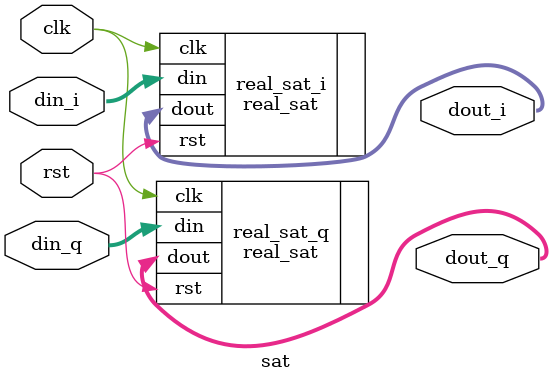
<source format=v>
`timescale 1ns / 1ps                                                       
/*************************************************************************/
// COMPANY        :  STARPOINT                                             
// TEAM           :  FPGA GROUP/SPG                                        
// MODULE NAME    :  rnd                                              
// FILE NAME      :  rnd.v                                            
// PROJECT NAME   :  rnd                                             
// HIGHER MODULE  :                                                        
// DESCRIPTION    :  top level of real_sat                                 
// NOTES          :  NONE.                                                 
// LIMITATIONS    :  NONE.                                                 
// ERRORS         :  NONE KNOWN.                                           
// INCLUDE FILES  :  N/A                                                   
//                                                                         
// AUTHOR         :  xiaowei                                               
// EMAIL          :  xiaowei@starpointcomm.com                             
// PLATFORM       :  Target Chip : Xilinx; XC5VSX50T-1FFG665C              
//                   Synthesis   : xst                                     
//                   Layout      : Xilinx ISE 13.2                         
//                                 Output Slew Rate   : Fast               
//                                 Logic Optimization : Speed              
// REVISION HISTORY:                                                       
// ----------------------------------------------------------------------- 
//  Ver     Author          Date          Changes Description              
// ----------------------------------------------------------------------- 
//  0.0     xiaowei      11/05/2015    Original Version.                   
/*************************************************************************/
module sat #
 (     
   parameter   IN_WIDTH                        =  32   ,
   parameter   SAT_WIDTH                       =  16   
 ) (                                                    
   input                                        clk    ,
   input                                        rst    ,
   input      [ IN_WIDTH-1 :0]                  din_i  ,
   input      [ IN_WIDTH-1 :0]                  din_q  ,
                                                       
   output     [ IN_WIDTH-SAT_WIDTH-1:0]         dout_i ,
   output     [ IN_WIDTH-SAT_WIDTH-1:0]         dout_q 
  );
  
   real_sat #
   (     
     .IN_WIDTH                         ( IN_WIDTH       ),
     .SAT_WIDTH                        ( SAT_WIDTH      )
   ) real_sat_i (                       
      .clk                             ( clk            ),
      .rst                             ( rst            ),
      .din                             ( din_i          ),
                                                        
      .dout                            ( dout_i         )
     );  
    
   real_sat #
   (     
     .IN_WIDTH                         ( IN_WIDTH        ),
     .SAT_WIDTH                        ( SAT_WIDTH       )
  ) real_sat_q (                        
     .clk                              ( clk             ),
     .rst                              ( rst             ),
     .din                              ( din_q           ),
                                       
     .dout                             ( dout_q          )
    );  
  
   
endmodule
</source>
